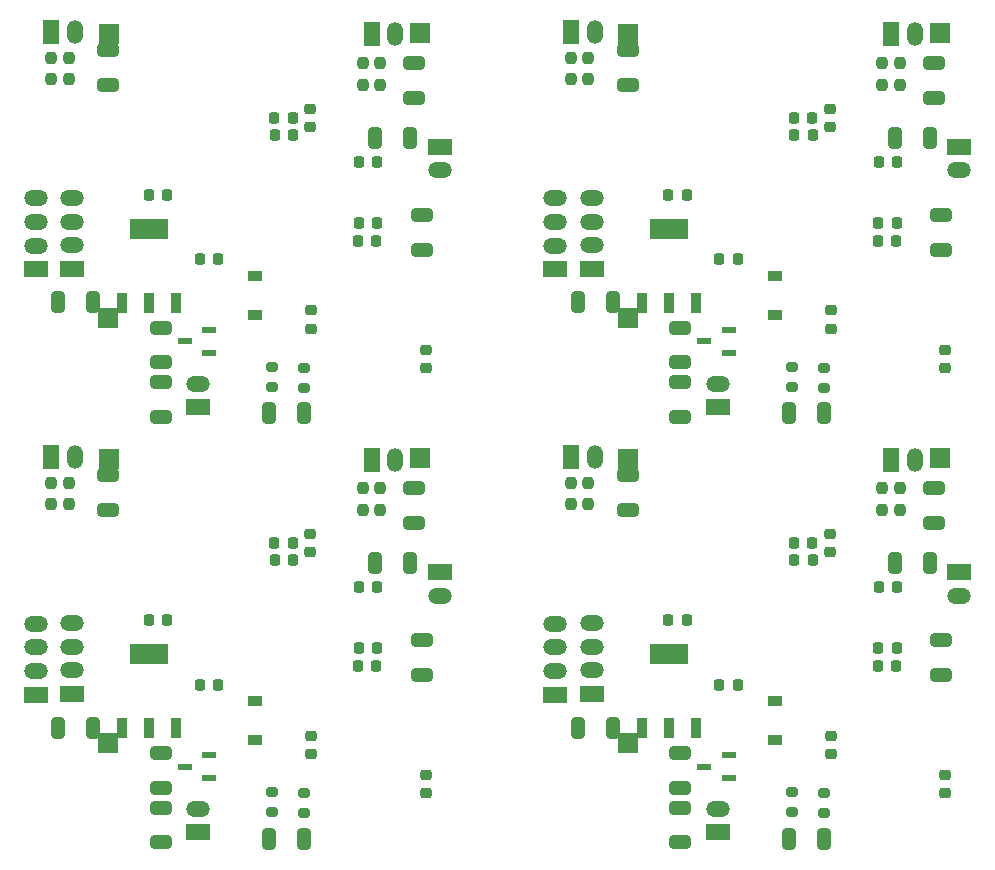
<source format=gbr>
%TF.GenerationSoftware,KiCad,Pcbnew,(6.0.4)*%
%TF.CreationDate,2022-09-20T14:12:37+09:00*%
%TF.ProjectId,mainboard_p_rev2,6d61696e-626f-4617-9264-5f705f726576,rev?*%
%TF.SameCoordinates,Original*%
%TF.FileFunction,Paste,Bot*%
%TF.FilePolarity,Positive*%
%FSLAX46Y46*%
G04 Gerber Fmt 4.6, Leading zero omitted, Abs format (unit mm)*
G04 Created by KiCad (PCBNEW (6.0.4)) date 2022-09-20 14:12:37*
%MOMM*%
%LPD*%
G01*
G04 APERTURE LIST*
G04 Aperture macros list*
%AMRoundRect*
0 Rectangle with rounded corners*
0 $1 Rounding radius*
0 $2 $3 $4 $5 $6 $7 $8 $9 X,Y pos of 4 corners*
0 Add a 4 corners polygon primitive as box body*
4,1,4,$2,$3,$4,$5,$6,$7,$8,$9,$2,$3,0*
0 Add four circle primitives for the rounded corners*
1,1,$1+$1,$2,$3*
1,1,$1+$1,$4,$5*
1,1,$1+$1,$6,$7*
1,1,$1+$1,$8,$9*
0 Add four rect primitives between the rounded corners*
20,1,$1+$1,$2,$3,$4,$5,0*
20,1,$1+$1,$4,$5,$6,$7,0*
20,1,$1+$1,$6,$7,$8,$9,0*
20,1,$1+$1,$8,$9,$2,$3,0*%
G04 Aperture macros list end*
%ADD10RoundRect,0.250000X-0.325000X-0.650000X0.325000X-0.650000X0.325000X0.650000X-0.325000X0.650000X0*%
%ADD11O,2.000000X1.350000*%
%ADD12R,2.000000X1.350000*%
%ADD13RoundRect,0.200000X-0.275000X0.200000X-0.275000X-0.200000X0.275000X-0.200000X0.275000X0.200000X0*%
%ADD14R,1.700000X1.700000*%
%ADD15R,3.200000X1.750000*%
%ADD16R,0.950000X1.750000*%
%ADD17RoundRect,0.225000X-0.225000X-0.250000X0.225000X-0.250000X0.225000X0.250000X-0.225000X0.250000X0*%
%ADD18R,1.300000X0.600000*%
%ADD19RoundRect,0.237500X0.237500X-0.250000X0.237500X0.250000X-0.237500X0.250000X-0.237500X-0.250000X0*%
%ADD20O,1.350000X2.000000*%
%ADD21R,1.350000X2.000000*%
%ADD22RoundRect,0.225000X0.225000X0.250000X-0.225000X0.250000X-0.225000X-0.250000X0.225000X-0.250000X0*%
%ADD23RoundRect,0.250000X-0.650000X0.325000X-0.650000X-0.325000X0.650000X-0.325000X0.650000X0.325000X0*%
%ADD24R,1.200000X0.900000*%
%ADD25RoundRect,0.225000X0.250000X-0.225000X0.250000X0.225000X-0.250000X0.225000X-0.250000X-0.225000X0*%
%ADD26RoundRect,0.225000X-0.250000X0.225000X-0.250000X-0.225000X0.250000X-0.225000X0.250000X0.225000X0*%
%ADD27RoundRect,0.250000X0.325000X0.650000X-0.325000X0.650000X-0.325000X-0.650000X0.325000X-0.650000X0*%
%ADD28RoundRect,0.250000X0.650000X-0.325000X0.650000X0.325000X-0.650000X0.325000X-0.650000X-0.325000X0*%
G04 APERTURE END LIST*
D10*
%TO.C,C107*%
X194675000Y-129700000D03*
X191725000Y-129700000D03*
%TD*%
D11*
%TO.C,J29*%
X175077000Y-111454000D03*
X175077000Y-113454000D03*
X175077000Y-115454000D03*
D12*
X175077000Y-117454000D03*
%TD*%
D13*
%TO.C,R86*%
X192000000Y-127425000D03*
X192000000Y-125775000D03*
%TD*%
D14*
%TO.C,REF\u002A\u002A18*%
X204500000Y-97500000D03*
%TD*%
D15*
%TO.C,IC14*%
X181579400Y-114047200D03*
D16*
X179279400Y-120347200D03*
X181579400Y-120347200D03*
X183879400Y-120347200D03*
%TD*%
D17*
%TO.C,C96*%
X200820200Y-115063600D03*
X199270200Y-115063600D03*
%TD*%
D18*
%TO.C,Q12*%
X184578200Y-123598000D03*
X186678200Y-124548000D03*
X186678200Y-122648000D03*
%TD*%
D19*
%TO.C,R87*%
X201137400Y-100028700D03*
X201137400Y-101853700D03*
%TD*%
D10*
%TO.C,C116*%
X203679200Y-106376800D03*
X200729200Y-106376800D03*
%TD*%
D20*
%TO.C,M8*%
X175289600Y-97410600D03*
D21*
X173289600Y-97410600D03*
%TD*%
D13*
%TO.C,R85*%
X194700000Y-127525000D03*
X194700000Y-125875000D03*
%TD*%
D17*
%TO.C,C103*%
X200896400Y-108434200D03*
X199346400Y-108434200D03*
%TD*%
%TO.C,R76*%
X200871000Y-113539600D03*
X199321000Y-113539600D03*
%TD*%
D11*
%TO.C,J27*%
X185745000Y-127170000D03*
D12*
X185745000Y-129170000D03*
%TD*%
D19*
%TO.C,R88*%
X174772200Y-99571500D03*
X174772200Y-101396500D03*
%TD*%
D17*
%TO.C,C99*%
X187409000Y-116663800D03*
X185859000Y-116663800D03*
%TD*%
D22*
%TO.C,C105*%
X192183600Y-104649600D03*
X193733600Y-104649600D03*
%TD*%
D23*
%TO.C,C112*%
X178099600Y-101857400D03*
X178099600Y-98907400D03*
%TD*%
D24*
%TO.C,D7*%
X190545600Y-121387200D03*
X190545600Y-118087200D03*
%TD*%
D23*
%TO.C,C110*%
X182544600Y-125377800D03*
X182544600Y-122427800D03*
%TD*%
D14*
%TO.C,6*%
X178125000Y-121591400D03*
%TD*%
D23*
%TO.C,C113*%
X204642600Y-115825600D03*
X204642600Y-112875600D03*
%TD*%
D14*
%TO.C,REF\u002A\u002A17*%
X178150400Y-97588400D03*
%TD*%
D17*
%TO.C,R81*%
X183091000Y-111228200D03*
X181541000Y-111228200D03*
%TD*%
D23*
%TO.C,C95*%
X204007600Y-102975000D03*
X204007600Y-100025000D03*
%TD*%
D22*
%TO.C,C93*%
X192209000Y-106122800D03*
X193759000Y-106122800D03*
%TD*%
D25*
%TO.C,C92*%
X195193800Y-103887000D03*
X195193800Y-105437000D03*
%TD*%
%TO.C,C101*%
X195295400Y-120968800D03*
X195295400Y-122518800D03*
%TD*%
D11*
%TO.C,J32*%
X206166600Y-109129400D03*
D12*
X206166600Y-107129400D03*
%TD*%
D26*
%TO.C,C98*%
X204972800Y-125846200D03*
X204972800Y-124296200D03*
%TD*%
D20*
%TO.C,M7*%
X202406400Y-97613800D03*
D21*
X200406400Y-97613800D03*
%TD*%
D19*
%TO.C,R90*%
X173299000Y-99571500D03*
X173299000Y-101396500D03*
%TD*%
%TO.C,R89*%
X199638800Y-100028700D03*
X199638800Y-101853700D03*
%TD*%
D27*
%TO.C,C109*%
X173856000Y-120296000D03*
X176806000Y-120296000D03*
%TD*%
D11*
%TO.C,J28*%
X171952800Y-111500000D03*
X171952800Y-113500000D03*
X171952800Y-115500000D03*
D12*
X171952800Y-117500000D03*
%TD*%
D28*
%TO.C,C108*%
X182544600Y-127076000D03*
X182544600Y-130026000D03*
%TD*%
D10*
%TO.C,C77*%
X150675000Y-129700000D03*
X147725000Y-129700000D03*
%TD*%
D11*
%TO.C,J21*%
X131077000Y-111454000D03*
X131077000Y-113454000D03*
X131077000Y-115454000D03*
D12*
X131077000Y-117454000D03*
%TD*%
D13*
%TO.C,R63*%
X148000000Y-127425000D03*
X148000000Y-125775000D03*
%TD*%
D14*
%TO.C,REF\u002A\u002A12*%
X160500000Y-97500000D03*
%TD*%
D15*
%TO.C,IC6*%
X137579400Y-114047200D03*
D16*
X135279400Y-120347200D03*
X137579400Y-120347200D03*
X139879400Y-120347200D03*
%TD*%
D17*
%TO.C,C66*%
X156820200Y-115063600D03*
X155270200Y-115063600D03*
%TD*%
D18*
%TO.C,Q9*%
X140578200Y-123598000D03*
X142678200Y-124548000D03*
X142678200Y-122648000D03*
%TD*%
D19*
%TO.C,R64*%
X157137400Y-100028700D03*
X157137400Y-101853700D03*
%TD*%
D10*
%TO.C,C86*%
X159679200Y-106376800D03*
X156729200Y-106376800D03*
%TD*%
D20*
%TO.C,M6*%
X131289600Y-97410600D03*
D21*
X129289600Y-97410600D03*
%TD*%
D13*
%TO.C,R62*%
X150700000Y-127525000D03*
X150700000Y-125875000D03*
%TD*%
D17*
%TO.C,C73*%
X156896400Y-108434200D03*
X155346400Y-108434200D03*
%TD*%
%TO.C,R53*%
X156871000Y-113539600D03*
X155321000Y-113539600D03*
%TD*%
D11*
%TO.C,J19*%
X141745000Y-127170000D03*
D12*
X141745000Y-129170000D03*
%TD*%
D19*
%TO.C,R65*%
X130772200Y-99571500D03*
X130772200Y-101396500D03*
%TD*%
D17*
%TO.C,C69*%
X143409000Y-116663800D03*
X141859000Y-116663800D03*
%TD*%
D22*
%TO.C,C75*%
X148183600Y-104649600D03*
X149733600Y-104649600D03*
%TD*%
D23*
%TO.C,C82*%
X134099600Y-101857400D03*
X134099600Y-98907400D03*
%TD*%
D24*
%TO.C,D5*%
X146545600Y-121387200D03*
X146545600Y-118087200D03*
%TD*%
D23*
%TO.C,C80*%
X138544600Y-125377800D03*
X138544600Y-122427800D03*
%TD*%
D14*
%TO.C,4*%
X134125000Y-121591400D03*
%TD*%
D23*
%TO.C,C83*%
X160642600Y-115825600D03*
X160642600Y-112875600D03*
%TD*%
D14*
%TO.C,REF\u002A\u002A11*%
X134150400Y-97588400D03*
%TD*%
D17*
%TO.C,R58*%
X139091000Y-111228200D03*
X137541000Y-111228200D03*
%TD*%
D23*
%TO.C,C65*%
X160007600Y-102975000D03*
X160007600Y-100025000D03*
%TD*%
D22*
%TO.C,C63*%
X148209000Y-106122800D03*
X149759000Y-106122800D03*
%TD*%
D25*
%TO.C,C62*%
X151193800Y-103887000D03*
X151193800Y-105437000D03*
%TD*%
%TO.C,C71*%
X151295400Y-120968800D03*
X151295400Y-122518800D03*
%TD*%
D11*
%TO.C,J24*%
X162166600Y-109129400D03*
D12*
X162166600Y-107129400D03*
%TD*%
D26*
%TO.C,C68*%
X160972800Y-125846200D03*
X160972800Y-124296200D03*
%TD*%
D20*
%TO.C,M5*%
X158406400Y-97613800D03*
D21*
X156406400Y-97613800D03*
%TD*%
D19*
%TO.C,R67*%
X129299000Y-99571500D03*
X129299000Y-101396500D03*
%TD*%
%TO.C,R66*%
X155638800Y-100028700D03*
X155638800Y-101853700D03*
%TD*%
D27*
%TO.C,C79*%
X129856000Y-120296000D03*
X132806000Y-120296000D03*
%TD*%
D11*
%TO.C,J20*%
X127952800Y-111500000D03*
X127952800Y-113500000D03*
X127952800Y-115500000D03*
D12*
X127952800Y-117500000D03*
%TD*%
D28*
%TO.C,C78*%
X138544600Y-127076000D03*
X138544600Y-130026000D03*
%TD*%
D10*
%TO.C,C47*%
X194675000Y-93700000D03*
X191725000Y-93700000D03*
%TD*%
D11*
%TO.C,J13*%
X175077000Y-75454000D03*
X175077000Y-77454000D03*
X175077000Y-79454000D03*
D12*
X175077000Y-81454000D03*
%TD*%
D13*
%TO.C,R40*%
X192000000Y-91425000D03*
X192000000Y-89775000D03*
%TD*%
D14*
%TO.C,REF\u002A\u002A6*%
X204500000Y-61500000D03*
%TD*%
D15*
%TO.C,IC4*%
X181579400Y-78047200D03*
D16*
X179279400Y-84347200D03*
X181579400Y-84347200D03*
X183879400Y-84347200D03*
%TD*%
D17*
%TO.C,C31*%
X200820200Y-79063600D03*
X199270200Y-79063600D03*
%TD*%
D18*
%TO.C,Q8*%
X184578200Y-87598000D03*
X186678200Y-88548000D03*
X186678200Y-86648000D03*
%TD*%
D19*
%TO.C,R41*%
X201137400Y-64028700D03*
X201137400Y-65853700D03*
%TD*%
D10*
%TO.C,C56*%
X203679200Y-70376800D03*
X200729200Y-70376800D03*
%TD*%
D20*
%TO.C,M4*%
X175289600Y-61410600D03*
D21*
X173289600Y-61410600D03*
%TD*%
D13*
%TO.C,R39*%
X194700000Y-91525000D03*
X194700000Y-89875000D03*
%TD*%
D17*
%TO.C,C43*%
X200896400Y-72434200D03*
X199346400Y-72434200D03*
%TD*%
%TO.C,R30*%
X200871000Y-77539600D03*
X199321000Y-77539600D03*
%TD*%
D11*
%TO.C,J9*%
X185745000Y-91170000D03*
D12*
X185745000Y-93170000D03*
%TD*%
D19*
%TO.C,R42*%
X174772200Y-63571500D03*
X174772200Y-65396500D03*
%TD*%
D17*
%TO.C,C39*%
X187409000Y-80663800D03*
X185859000Y-80663800D03*
%TD*%
D22*
%TO.C,C45*%
X192183600Y-68649600D03*
X193733600Y-68649600D03*
%TD*%
D23*
%TO.C,C52*%
X178099600Y-65857400D03*
X178099600Y-62907400D03*
%TD*%
D24*
%TO.C,D2*%
X190545600Y-85387200D03*
X190545600Y-82087200D03*
%TD*%
D23*
%TO.C,C50*%
X182544600Y-89377800D03*
X182544600Y-86427800D03*
%TD*%
D14*
%TO.C,2*%
X178125000Y-85591400D03*
%TD*%
D23*
%TO.C,C53*%
X204642600Y-79825600D03*
X204642600Y-76875600D03*
%TD*%
D14*
%TO.C,REF\u002A\u002A5*%
X178150400Y-61588400D03*
%TD*%
D17*
%TO.C,R35*%
X183091000Y-75228200D03*
X181541000Y-75228200D03*
%TD*%
D23*
%TO.C,C29*%
X204007600Y-66975000D03*
X204007600Y-64025000D03*
%TD*%
D22*
%TO.C,C27*%
X192209000Y-70122800D03*
X193759000Y-70122800D03*
%TD*%
D25*
%TO.C,C25*%
X195193800Y-67887000D03*
X195193800Y-69437000D03*
%TD*%
%TO.C,C41*%
X195295400Y-84968800D03*
X195295400Y-86518800D03*
%TD*%
D11*
%TO.C,J16*%
X206166600Y-73129400D03*
D12*
X206166600Y-71129400D03*
%TD*%
D26*
%TO.C,C38*%
X204972800Y-89846200D03*
X204972800Y-88296200D03*
%TD*%
D20*
%TO.C,M3*%
X202406400Y-61613800D03*
D21*
X200406400Y-61613800D03*
%TD*%
D19*
%TO.C,R44*%
X173299000Y-63571500D03*
X173299000Y-65396500D03*
%TD*%
%TO.C,R43*%
X199638800Y-64028700D03*
X199638800Y-65853700D03*
%TD*%
D27*
%TO.C,C49*%
X173856000Y-84296000D03*
X176806000Y-84296000D03*
%TD*%
D11*
%TO.C,J12*%
X171952800Y-75500000D03*
X171952800Y-77500000D03*
X171952800Y-79500000D03*
D12*
X171952800Y-81500000D03*
%TD*%
D28*
%TO.C,C48*%
X182544600Y-91076000D03*
X182544600Y-94026000D03*
%TD*%
D14*
%TO.C,*%
X134125000Y-85591400D03*
%TD*%
D10*
%TO.C,C33*%
X159679200Y-70376800D03*
X156729200Y-70376800D03*
%TD*%
D23*
%TO.C,C22*%
X134099600Y-65857400D03*
X134099600Y-62907400D03*
%TD*%
D24*
%TO.C,D1*%
X146545600Y-85387200D03*
X146545600Y-82087200D03*
%TD*%
D23*
%TO.C,C20*%
X138544600Y-89377800D03*
X138544600Y-86427800D03*
%TD*%
D22*
%TO.C,C15*%
X148183600Y-68649600D03*
X149733600Y-68649600D03*
%TD*%
D11*
%TO.C,J4*%
X141745000Y-91170000D03*
D12*
X141745000Y-93170000D03*
%TD*%
D11*
%TO.C,J6*%
X131077000Y-75454000D03*
X131077000Y-77454000D03*
X131077000Y-79454000D03*
D12*
X131077000Y-81454000D03*
%TD*%
D17*
%TO.C,C9*%
X143409000Y-80663800D03*
X141859000Y-80663800D03*
%TD*%
%TO.C,R7*%
X156871000Y-77539600D03*
X155321000Y-77539600D03*
%TD*%
%TO.C,C13*%
X156896400Y-72434200D03*
X155346400Y-72434200D03*
%TD*%
D19*
%TO.C,R18*%
X157137400Y-64028700D03*
X157137400Y-65853700D03*
%TD*%
D15*
%TO.C,IC2*%
X137579400Y-78047200D03*
D16*
X135279400Y-84347200D03*
X137579400Y-84347200D03*
X139879400Y-84347200D03*
%TD*%
D18*
%TO.C,Q7*%
X140578200Y-87598000D03*
X142678200Y-88548000D03*
X142678200Y-86648000D03*
%TD*%
D10*
%TO.C,C17*%
X150675000Y-93700000D03*
X147725000Y-93700000D03*
%TD*%
D19*
%TO.C,R19*%
X130772200Y-63571500D03*
X130772200Y-65396500D03*
%TD*%
D14*
%TO.C,REF\u002A\u002A*%
X160500000Y-61500000D03*
%TD*%
D17*
%TO.C,C6*%
X156820200Y-79063600D03*
X155270200Y-79063600D03*
%TD*%
D13*
%TO.C,R17*%
X148000000Y-91425000D03*
X148000000Y-89775000D03*
%TD*%
%TO.C,R16*%
X150700000Y-91525000D03*
X150700000Y-89875000D03*
%TD*%
D20*
%TO.C,M2*%
X131289600Y-61410600D03*
D21*
X129289600Y-61410600D03*
%TD*%
D11*
%TO.C,J5*%
X127952800Y-75500000D03*
X127952800Y-77500000D03*
X127952800Y-79500000D03*
D12*
X127952800Y-81500000D03*
%TD*%
D23*
%TO.C,C23*%
X160642600Y-79825600D03*
X160642600Y-76875600D03*
%TD*%
D26*
%TO.C,C8*%
X160972800Y-89846200D03*
X160972800Y-88296200D03*
%TD*%
D17*
%TO.C,R12*%
X139091000Y-75228200D03*
X137541000Y-75228200D03*
%TD*%
D28*
%TO.C,C18*%
X138544600Y-91076000D03*
X138544600Y-94026000D03*
%TD*%
D27*
%TO.C,C19*%
X129856000Y-84296000D03*
X132806000Y-84296000D03*
%TD*%
D19*
%TO.C,R20*%
X155638800Y-64028700D03*
X155638800Y-65853700D03*
%TD*%
D14*
%TO.C,REF\u002A\u002A*%
X134150400Y-61588400D03*
%TD*%
D23*
%TO.C,C5*%
X160007600Y-66975000D03*
X160007600Y-64025000D03*
%TD*%
D20*
%TO.C,M1*%
X158406400Y-61613800D03*
D21*
X156406400Y-61613800D03*
%TD*%
D19*
%TO.C,R21*%
X129299000Y-63571500D03*
X129299000Y-65396500D03*
%TD*%
D11*
%TO.C,J11*%
X162166600Y-73129400D03*
D12*
X162166600Y-71129400D03*
%TD*%
D25*
%TO.C,C11*%
X151295400Y-84968800D03*
X151295400Y-86518800D03*
%TD*%
D22*
%TO.C,C3*%
X148209000Y-70122800D03*
X149759000Y-70122800D03*
%TD*%
D25*
%TO.C,C2*%
X151193800Y-67887000D03*
X151193800Y-69437000D03*
%TD*%
M02*

</source>
